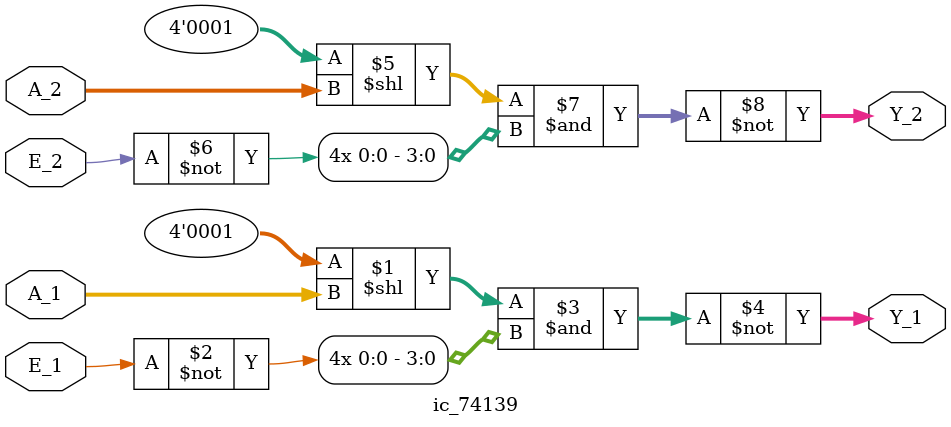
<source format=v>


module ic_74139(
    Y_1,
    A_1, E_1,
    Y_2,
    A_2, E_2);
    output [3:0] Y_1, Y_2;
    input [1:0] A_1, A_2;
    input E_1, E_2;

    assign Y_1 = ~((4'b0001 << A_1) & {4{~E_1}});
    assign Y_2 = ~((4'b0001 << A_2) & {4{~E_2}});

endmodule

</source>
